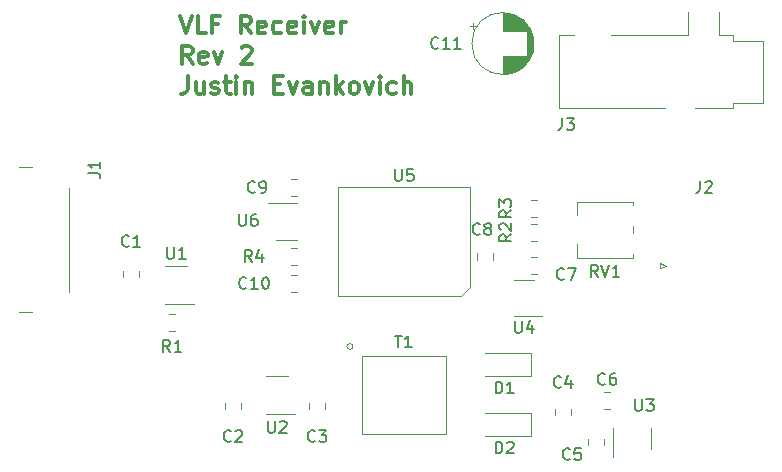
<source format=gbr>
G04 #@! TF.GenerationSoftware,KiCad,Pcbnew,5.1.5*
G04 #@! TF.CreationDate,2020-06-04T17:32:55-05:00*
G04 #@! TF.ProjectId,Receiver,52656365-6976-4657-922e-6b696361645f,rev?*
G04 #@! TF.SameCoordinates,Original*
G04 #@! TF.FileFunction,Legend,Top*
G04 #@! TF.FilePolarity,Positive*
%FSLAX46Y46*%
G04 Gerber Fmt 4.6, Leading zero omitted, Abs format (unit mm)*
G04 Created by KiCad (PCBNEW 5.1.5) date 2020-06-04 17:32:55*
%MOMM*%
%LPD*%
G04 APERTURE LIST*
%ADD10C,0.300000*%
%ADD11C,0.120000*%
%ADD12C,0.150000*%
G04 APERTURE END LIST*
D10*
X139529857Y-84258571D02*
X140029857Y-85758571D01*
X140529857Y-84258571D01*
X141744142Y-85758571D02*
X141029857Y-85758571D01*
X141029857Y-84258571D01*
X142744142Y-84972857D02*
X142244142Y-84972857D01*
X142244142Y-85758571D02*
X142244142Y-84258571D01*
X142958428Y-84258571D01*
X145529857Y-85758571D02*
X145029857Y-85044285D01*
X144672714Y-85758571D02*
X144672714Y-84258571D01*
X145244142Y-84258571D01*
X145387000Y-84330000D01*
X145458428Y-84401428D01*
X145529857Y-84544285D01*
X145529857Y-84758571D01*
X145458428Y-84901428D01*
X145387000Y-84972857D01*
X145244142Y-85044285D01*
X144672714Y-85044285D01*
X146744142Y-85687142D02*
X146601285Y-85758571D01*
X146315571Y-85758571D01*
X146172714Y-85687142D01*
X146101285Y-85544285D01*
X146101285Y-84972857D01*
X146172714Y-84830000D01*
X146315571Y-84758571D01*
X146601285Y-84758571D01*
X146744142Y-84830000D01*
X146815571Y-84972857D01*
X146815571Y-85115714D01*
X146101285Y-85258571D01*
X148101285Y-85687142D02*
X147958428Y-85758571D01*
X147672714Y-85758571D01*
X147529857Y-85687142D01*
X147458428Y-85615714D01*
X147387000Y-85472857D01*
X147387000Y-85044285D01*
X147458428Y-84901428D01*
X147529857Y-84830000D01*
X147672714Y-84758571D01*
X147958428Y-84758571D01*
X148101285Y-84830000D01*
X149315571Y-85687142D02*
X149172714Y-85758571D01*
X148887000Y-85758571D01*
X148744142Y-85687142D01*
X148672714Y-85544285D01*
X148672714Y-84972857D01*
X148744142Y-84830000D01*
X148887000Y-84758571D01*
X149172714Y-84758571D01*
X149315571Y-84830000D01*
X149387000Y-84972857D01*
X149387000Y-85115714D01*
X148672714Y-85258571D01*
X150029857Y-85758571D02*
X150029857Y-84758571D01*
X150029857Y-84258571D02*
X149958428Y-84330000D01*
X150029857Y-84401428D01*
X150101285Y-84330000D01*
X150029857Y-84258571D01*
X150029857Y-84401428D01*
X150601285Y-84758571D02*
X150958428Y-85758571D01*
X151315571Y-84758571D01*
X152458428Y-85687142D02*
X152315571Y-85758571D01*
X152029857Y-85758571D01*
X151887000Y-85687142D01*
X151815571Y-85544285D01*
X151815571Y-84972857D01*
X151887000Y-84830000D01*
X152029857Y-84758571D01*
X152315571Y-84758571D01*
X152458428Y-84830000D01*
X152529857Y-84972857D01*
X152529857Y-85115714D01*
X151815571Y-85258571D01*
X153172714Y-85758571D02*
X153172714Y-84758571D01*
X153172714Y-85044285D02*
X153244142Y-84901428D01*
X153315571Y-84830000D01*
X153458428Y-84758571D01*
X153601285Y-84758571D01*
X140601285Y-88308571D02*
X140101285Y-87594285D01*
X139744142Y-88308571D02*
X139744142Y-86808571D01*
X140315571Y-86808571D01*
X140458428Y-86880000D01*
X140529857Y-86951428D01*
X140601285Y-87094285D01*
X140601285Y-87308571D01*
X140529857Y-87451428D01*
X140458428Y-87522857D01*
X140315571Y-87594285D01*
X139744142Y-87594285D01*
X141815571Y-88237142D02*
X141672714Y-88308571D01*
X141387000Y-88308571D01*
X141244142Y-88237142D01*
X141172714Y-88094285D01*
X141172714Y-87522857D01*
X141244142Y-87380000D01*
X141387000Y-87308571D01*
X141672714Y-87308571D01*
X141815571Y-87380000D01*
X141887000Y-87522857D01*
X141887000Y-87665714D01*
X141172714Y-87808571D01*
X142387000Y-87308571D02*
X142744142Y-88308571D01*
X143101285Y-87308571D01*
X144744142Y-86951428D02*
X144815571Y-86880000D01*
X144958428Y-86808571D01*
X145315571Y-86808571D01*
X145458428Y-86880000D01*
X145529857Y-86951428D01*
X145601285Y-87094285D01*
X145601285Y-87237142D01*
X145529857Y-87451428D01*
X144672714Y-88308571D01*
X145601285Y-88308571D01*
X140172714Y-89358571D02*
X140172714Y-90430000D01*
X140101285Y-90644285D01*
X139958428Y-90787142D01*
X139744142Y-90858571D01*
X139601285Y-90858571D01*
X141529857Y-89858571D02*
X141529857Y-90858571D01*
X140887000Y-89858571D02*
X140887000Y-90644285D01*
X140958428Y-90787142D01*
X141101285Y-90858571D01*
X141315571Y-90858571D01*
X141458428Y-90787142D01*
X141529857Y-90715714D01*
X142172714Y-90787142D02*
X142315571Y-90858571D01*
X142601285Y-90858571D01*
X142744142Y-90787142D01*
X142815571Y-90644285D01*
X142815571Y-90572857D01*
X142744142Y-90430000D01*
X142601285Y-90358571D01*
X142387000Y-90358571D01*
X142244142Y-90287142D01*
X142172714Y-90144285D01*
X142172714Y-90072857D01*
X142244142Y-89930000D01*
X142387000Y-89858571D01*
X142601285Y-89858571D01*
X142744142Y-89930000D01*
X143244142Y-89858571D02*
X143815571Y-89858571D01*
X143458428Y-89358571D02*
X143458428Y-90644285D01*
X143529857Y-90787142D01*
X143672714Y-90858571D01*
X143815571Y-90858571D01*
X144315571Y-90858571D02*
X144315571Y-89858571D01*
X144315571Y-89358571D02*
X144244142Y-89430000D01*
X144315571Y-89501428D01*
X144387000Y-89430000D01*
X144315571Y-89358571D01*
X144315571Y-89501428D01*
X145029857Y-89858571D02*
X145029857Y-90858571D01*
X145029857Y-90001428D02*
X145101285Y-89930000D01*
X145244142Y-89858571D01*
X145458428Y-89858571D01*
X145601285Y-89930000D01*
X145672714Y-90072857D01*
X145672714Y-90858571D01*
X147529857Y-90072857D02*
X148029857Y-90072857D01*
X148244142Y-90858571D02*
X147529857Y-90858571D01*
X147529857Y-89358571D01*
X148244142Y-89358571D01*
X148744142Y-89858571D02*
X149101285Y-90858571D01*
X149458428Y-89858571D01*
X150672714Y-90858571D02*
X150672714Y-90072857D01*
X150601285Y-89930000D01*
X150458428Y-89858571D01*
X150172714Y-89858571D01*
X150029857Y-89930000D01*
X150672714Y-90787142D02*
X150529857Y-90858571D01*
X150172714Y-90858571D01*
X150029857Y-90787142D01*
X149958428Y-90644285D01*
X149958428Y-90501428D01*
X150029857Y-90358571D01*
X150172714Y-90287142D01*
X150529857Y-90287142D01*
X150672714Y-90215714D01*
X151387000Y-89858571D02*
X151387000Y-90858571D01*
X151387000Y-90001428D02*
X151458428Y-89930000D01*
X151601285Y-89858571D01*
X151815571Y-89858571D01*
X151958428Y-89930000D01*
X152029857Y-90072857D01*
X152029857Y-90858571D01*
X152744142Y-90858571D02*
X152744142Y-89358571D01*
X152887000Y-90287142D02*
X153315571Y-90858571D01*
X153315571Y-89858571D02*
X152744142Y-90430000D01*
X154172714Y-90858571D02*
X154029857Y-90787142D01*
X153958428Y-90715714D01*
X153887000Y-90572857D01*
X153887000Y-90144285D01*
X153958428Y-90001428D01*
X154029857Y-89930000D01*
X154172714Y-89858571D01*
X154387000Y-89858571D01*
X154529857Y-89930000D01*
X154601285Y-90001428D01*
X154672714Y-90144285D01*
X154672714Y-90572857D01*
X154601285Y-90715714D01*
X154529857Y-90787142D01*
X154387000Y-90858571D01*
X154172714Y-90858571D01*
X155172714Y-89858571D02*
X155529857Y-90858571D01*
X155887000Y-89858571D01*
X156458428Y-90858571D02*
X156458428Y-89858571D01*
X156458428Y-89358571D02*
X156387000Y-89430000D01*
X156458428Y-89501428D01*
X156529857Y-89430000D01*
X156458428Y-89358571D01*
X156458428Y-89501428D01*
X157815571Y-90787142D02*
X157672714Y-90858571D01*
X157387000Y-90858571D01*
X157244142Y-90787142D01*
X157172714Y-90715714D01*
X157101285Y-90572857D01*
X157101285Y-90144285D01*
X157172714Y-90001428D01*
X157244142Y-89930000D01*
X157387000Y-89858571D01*
X157672714Y-89858571D01*
X157815571Y-89930000D01*
X158458428Y-90858571D02*
X158458428Y-89358571D01*
X159101285Y-90858571D02*
X159101285Y-90072857D01*
X159029857Y-89930000D01*
X158887000Y-89858571D01*
X158672714Y-89858571D01*
X158529857Y-89930000D01*
X158458428Y-90001428D01*
D11*
X146844000Y-117942000D02*
X149294000Y-117942000D01*
X148644000Y-114722000D02*
X146844000Y-114722000D01*
X134672000Y-106352078D02*
X134672000Y-105834922D01*
X136092000Y-106352078D02*
X136092000Y-105834922D01*
X144728000Y-117010922D02*
X144728000Y-117528078D01*
X143308000Y-117010922D02*
X143308000Y-117528078D01*
X150420000Y-117010922D02*
X150420000Y-117528078D01*
X151840000Y-117010922D02*
X151840000Y-117528078D01*
X171248000Y-118036078D02*
X171248000Y-117518922D01*
X172668000Y-118036078D02*
X172668000Y-117518922D01*
X175462000Y-120576078D02*
X175462000Y-120058922D01*
X174042000Y-120576078D02*
X174042000Y-120058922D01*
X175948078Y-117550000D02*
X175430922Y-117550000D01*
X175948078Y-116130000D02*
X175430922Y-116130000D01*
X169755078Y-104700000D02*
X169237922Y-104700000D01*
X169755078Y-106120000D02*
X169237922Y-106120000D01*
X164644000Y-104389422D02*
X164644000Y-104906578D01*
X166064000Y-104389422D02*
X166064000Y-104906578D01*
X149435078Y-99516000D02*
X148917922Y-99516000D01*
X149435078Y-98096000D02*
X148917922Y-98096000D01*
X148917922Y-107644000D02*
X149435078Y-107644000D01*
X148917922Y-106224000D02*
X149435078Y-106224000D01*
X169482000Y-86614000D02*
G75*
G03X169482000Y-86614000I-2620000J0D01*
G01*
X166862000Y-87654000D02*
X166862000Y-89194000D01*
X166862000Y-84034000D02*
X166862000Y-85574000D01*
X166902000Y-87654000D02*
X166902000Y-89194000D01*
X166902000Y-84034000D02*
X166902000Y-85574000D01*
X166942000Y-84035000D02*
X166942000Y-85574000D01*
X166942000Y-87654000D02*
X166942000Y-89193000D01*
X166982000Y-84036000D02*
X166982000Y-85574000D01*
X166982000Y-87654000D02*
X166982000Y-89192000D01*
X167022000Y-84038000D02*
X167022000Y-85574000D01*
X167022000Y-87654000D02*
X167022000Y-89190000D01*
X167062000Y-84041000D02*
X167062000Y-85574000D01*
X167062000Y-87654000D02*
X167062000Y-89187000D01*
X167102000Y-84045000D02*
X167102000Y-85574000D01*
X167102000Y-87654000D02*
X167102000Y-89183000D01*
X167142000Y-84049000D02*
X167142000Y-85574000D01*
X167142000Y-87654000D02*
X167142000Y-89179000D01*
X167182000Y-84053000D02*
X167182000Y-85574000D01*
X167182000Y-87654000D02*
X167182000Y-89175000D01*
X167222000Y-84058000D02*
X167222000Y-85574000D01*
X167222000Y-87654000D02*
X167222000Y-89170000D01*
X167262000Y-84064000D02*
X167262000Y-85574000D01*
X167262000Y-87654000D02*
X167262000Y-89164000D01*
X167302000Y-84071000D02*
X167302000Y-85574000D01*
X167302000Y-87654000D02*
X167302000Y-89157000D01*
X167342000Y-84078000D02*
X167342000Y-85574000D01*
X167342000Y-87654000D02*
X167342000Y-89150000D01*
X167382000Y-84086000D02*
X167382000Y-85574000D01*
X167382000Y-87654000D02*
X167382000Y-89142000D01*
X167422000Y-84094000D02*
X167422000Y-85574000D01*
X167422000Y-87654000D02*
X167422000Y-89134000D01*
X167462000Y-84103000D02*
X167462000Y-85574000D01*
X167462000Y-87654000D02*
X167462000Y-89125000D01*
X167502000Y-84113000D02*
X167502000Y-85574000D01*
X167502000Y-87654000D02*
X167502000Y-89115000D01*
X167542000Y-84123000D02*
X167542000Y-85574000D01*
X167542000Y-87654000D02*
X167542000Y-89105000D01*
X167583000Y-84134000D02*
X167583000Y-85574000D01*
X167583000Y-87654000D02*
X167583000Y-89094000D01*
X167623000Y-84146000D02*
X167623000Y-85574000D01*
X167623000Y-87654000D02*
X167623000Y-89082000D01*
X167663000Y-84159000D02*
X167663000Y-85574000D01*
X167663000Y-87654000D02*
X167663000Y-89069000D01*
X167703000Y-84172000D02*
X167703000Y-85574000D01*
X167703000Y-87654000D02*
X167703000Y-89056000D01*
X167743000Y-84186000D02*
X167743000Y-85574000D01*
X167743000Y-87654000D02*
X167743000Y-89042000D01*
X167783000Y-84200000D02*
X167783000Y-85574000D01*
X167783000Y-87654000D02*
X167783000Y-89028000D01*
X167823000Y-84216000D02*
X167823000Y-85574000D01*
X167823000Y-87654000D02*
X167823000Y-89012000D01*
X167863000Y-84232000D02*
X167863000Y-85574000D01*
X167863000Y-87654000D02*
X167863000Y-88996000D01*
X167903000Y-84249000D02*
X167903000Y-85574000D01*
X167903000Y-87654000D02*
X167903000Y-88979000D01*
X167943000Y-84266000D02*
X167943000Y-85574000D01*
X167943000Y-87654000D02*
X167943000Y-88962000D01*
X167983000Y-84285000D02*
X167983000Y-85574000D01*
X167983000Y-87654000D02*
X167983000Y-88943000D01*
X168023000Y-84304000D02*
X168023000Y-85574000D01*
X168023000Y-87654000D02*
X168023000Y-88924000D01*
X168063000Y-84324000D02*
X168063000Y-85574000D01*
X168063000Y-87654000D02*
X168063000Y-88904000D01*
X168103000Y-84346000D02*
X168103000Y-85574000D01*
X168103000Y-87654000D02*
X168103000Y-88882000D01*
X168143000Y-84367000D02*
X168143000Y-85574000D01*
X168143000Y-87654000D02*
X168143000Y-88861000D01*
X168183000Y-84390000D02*
X168183000Y-85574000D01*
X168183000Y-87654000D02*
X168183000Y-88838000D01*
X168223000Y-84414000D02*
X168223000Y-85574000D01*
X168223000Y-87654000D02*
X168223000Y-88814000D01*
X168263000Y-84439000D02*
X168263000Y-85574000D01*
X168263000Y-87654000D02*
X168263000Y-88789000D01*
X168303000Y-84465000D02*
X168303000Y-85574000D01*
X168303000Y-87654000D02*
X168303000Y-88763000D01*
X168343000Y-84492000D02*
X168343000Y-85574000D01*
X168343000Y-87654000D02*
X168343000Y-88736000D01*
X168383000Y-84519000D02*
X168383000Y-85574000D01*
X168383000Y-87654000D02*
X168383000Y-88709000D01*
X168423000Y-84549000D02*
X168423000Y-85574000D01*
X168423000Y-87654000D02*
X168423000Y-88679000D01*
X168463000Y-84579000D02*
X168463000Y-85574000D01*
X168463000Y-87654000D02*
X168463000Y-88649000D01*
X168503000Y-84610000D02*
X168503000Y-85574000D01*
X168503000Y-87654000D02*
X168503000Y-88618000D01*
X168543000Y-84643000D02*
X168543000Y-85574000D01*
X168543000Y-87654000D02*
X168543000Y-88585000D01*
X168583000Y-84677000D02*
X168583000Y-85574000D01*
X168583000Y-87654000D02*
X168583000Y-88551000D01*
X168623000Y-84713000D02*
X168623000Y-85574000D01*
X168623000Y-87654000D02*
X168623000Y-88515000D01*
X168663000Y-84750000D02*
X168663000Y-85574000D01*
X168663000Y-87654000D02*
X168663000Y-88478000D01*
X168703000Y-84788000D02*
X168703000Y-85574000D01*
X168703000Y-87654000D02*
X168703000Y-88440000D01*
X168743000Y-84829000D02*
X168743000Y-85574000D01*
X168743000Y-87654000D02*
X168743000Y-88399000D01*
X168783000Y-84871000D02*
X168783000Y-85574000D01*
X168783000Y-87654000D02*
X168783000Y-88357000D01*
X168823000Y-84915000D02*
X168823000Y-85574000D01*
X168823000Y-87654000D02*
X168823000Y-88313000D01*
X168863000Y-84961000D02*
X168863000Y-85574000D01*
X168863000Y-87654000D02*
X168863000Y-88267000D01*
X168903000Y-85009000D02*
X168903000Y-88219000D01*
X168943000Y-85060000D02*
X168943000Y-88168000D01*
X168983000Y-85114000D02*
X168983000Y-88114000D01*
X169023000Y-85171000D02*
X169023000Y-88057000D01*
X169063000Y-85231000D02*
X169063000Y-87997000D01*
X169103000Y-85295000D02*
X169103000Y-87933000D01*
X169143000Y-85363000D02*
X169143000Y-87865000D01*
X169183000Y-85436000D02*
X169183000Y-87792000D01*
X169223000Y-85516000D02*
X169223000Y-87712000D01*
X169263000Y-85603000D02*
X169263000Y-87625000D01*
X169303000Y-85699000D02*
X169303000Y-87529000D01*
X169343000Y-85809000D02*
X169343000Y-87419000D01*
X169383000Y-85937000D02*
X169383000Y-87291000D01*
X169423000Y-86096000D02*
X169423000Y-87132000D01*
X169463000Y-86330000D02*
X169463000Y-86898000D01*
X164057225Y-85139000D02*
X164557225Y-85139000D01*
X164307225Y-84889000D02*
X164307225Y-85389000D01*
X169254000Y-114792000D02*
X169254000Y-112792000D01*
X169254000Y-112792000D02*
X165354000Y-112792000D01*
X169254000Y-114792000D02*
X165354000Y-114792000D01*
X169254000Y-119872000D02*
X165354000Y-119872000D01*
X169254000Y-117872000D02*
X165354000Y-117872000D01*
X169254000Y-119872000D02*
X169254000Y-117872000D01*
X130152000Y-107636000D02*
X130152000Y-98836000D01*
X126982000Y-109381000D02*
X125932000Y-109381000D01*
X126982000Y-97091000D02*
X125932000Y-97091000D01*
X180186000Y-105660000D02*
X180686000Y-105410000D01*
X180186000Y-105160000D02*
X180186000Y-105660000D01*
X180686000Y-105410000D02*
X180186000Y-105160000D01*
X185164000Y-85910000D02*
X186364000Y-85910000D01*
X186364000Y-85910000D02*
X186364000Y-86410000D01*
X186364000Y-86410000D02*
X188864000Y-86410000D01*
X188864000Y-86410000D02*
X188864000Y-91610000D01*
X188864000Y-91610000D02*
X186364000Y-91610000D01*
X186364000Y-91610000D02*
X186364000Y-92110000D01*
X186364000Y-92110000D02*
X183164000Y-92110000D01*
X180564000Y-92110000D02*
X171664000Y-92110000D01*
X171664000Y-92110000D02*
X171664000Y-85910000D01*
X171664000Y-85910000D02*
X172864000Y-85910000D01*
X176064000Y-85910000D02*
X182564000Y-85910000D01*
X185164000Y-85910000D02*
X185164000Y-83910000D01*
X182564000Y-85910000D02*
X182564000Y-83910000D01*
X139118078Y-110946000D02*
X138600922Y-110946000D01*
X139118078Y-109526000D02*
X138600922Y-109526000D01*
X169237922Y-103326000D02*
X169755078Y-103326000D01*
X169237922Y-101906000D02*
X169755078Y-101906000D01*
X169755078Y-101294000D02*
X169237922Y-101294000D01*
X169755078Y-99874000D02*
X169237922Y-99874000D01*
X148917922Y-105358000D02*
X149435078Y-105358000D01*
X148917922Y-103938000D02*
X149435078Y-103938000D01*
X177884000Y-104732000D02*
X173144000Y-104732000D01*
X177884000Y-99992000D02*
X173144000Y-99992000D01*
X173144000Y-103602000D02*
X173144000Y-104732000D01*
X173144000Y-99992000D02*
X173144000Y-101122000D01*
X177884000Y-102103000D02*
X177884000Y-102622000D01*
X177884000Y-99992000D02*
X177884000Y-100323000D01*
X177884000Y-104402000D02*
X177884000Y-104732000D01*
X154178000Y-112268000D02*
G75*
G03X154178000Y-112268000I-254000J0D01*
G01*
X154940000Y-113030000D02*
X154940000Y-119634000D01*
X154940000Y-119634000D02*
X162052000Y-119634000D01*
X162052000Y-119634000D02*
X162052000Y-113030000D01*
X162052000Y-113030000D02*
X154940000Y-113030000D01*
X140092000Y-105451000D02*
X138292000Y-105451000D01*
X138292000Y-108671000D02*
X140742000Y-108671000D01*
X169536000Y-106644000D02*
X167776000Y-106644000D01*
X167776000Y-109714000D02*
X170206000Y-109714000D01*
X164121000Y-107213000D02*
X163321000Y-108013000D01*
X163321000Y-108013000D02*
X152871000Y-108013000D01*
X152871000Y-108013000D02*
X152871000Y-98743000D01*
X152871000Y-98743000D02*
X164121000Y-98743000D01*
X164121000Y-98743000D02*
X164121000Y-107213000D01*
X149430000Y-100156000D02*
X147000000Y-100156000D01*
X147670000Y-103226000D02*
X149430000Y-103226000D01*
X179410000Y-120958000D02*
X179410000Y-119158000D01*
X176190000Y-119158000D02*
X176190000Y-121608000D01*
D12*
X146982095Y-118578380D02*
X146982095Y-119387904D01*
X147029714Y-119483142D01*
X147077333Y-119530761D01*
X147172571Y-119578380D01*
X147363047Y-119578380D01*
X147458285Y-119530761D01*
X147505904Y-119483142D01*
X147553523Y-119387904D01*
X147553523Y-118578380D01*
X147982095Y-118673619D02*
X148029714Y-118626000D01*
X148124952Y-118578380D01*
X148363047Y-118578380D01*
X148458285Y-118626000D01*
X148505904Y-118673619D01*
X148553523Y-118768857D01*
X148553523Y-118864095D01*
X148505904Y-119006952D01*
X147934476Y-119578380D01*
X148553523Y-119578380D01*
X135215333Y-103735142D02*
X135167714Y-103782761D01*
X135024857Y-103830380D01*
X134929619Y-103830380D01*
X134786761Y-103782761D01*
X134691523Y-103687523D01*
X134643904Y-103592285D01*
X134596285Y-103401809D01*
X134596285Y-103258952D01*
X134643904Y-103068476D01*
X134691523Y-102973238D01*
X134786761Y-102878000D01*
X134929619Y-102830380D01*
X135024857Y-102830380D01*
X135167714Y-102878000D01*
X135215333Y-102925619D01*
X136167714Y-103830380D02*
X135596285Y-103830380D01*
X135882000Y-103830380D02*
X135882000Y-102830380D01*
X135786761Y-102973238D01*
X135691523Y-103068476D01*
X135596285Y-103116095D01*
X143851333Y-120245142D02*
X143803714Y-120292761D01*
X143660857Y-120340380D01*
X143565619Y-120340380D01*
X143422761Y-120292761D01*
X143327523Y-120197523D01*
X143279904Y-120102285D01*
X143232285Y-119911809D01*
X143232285Y-119768952D01*
X143279904Y-119578476D01*
X143327523Y-119483238D01*
X143422761Y-119388000D01*
X143565619Y-119340380D01*
X143660857Y-119340380D01*
X143803714Y-119388000D01*
X143851333Y-119435619D01*
X144232285Y-119435619D02*
X144279904Y-119388000D01*
X144375142Y-119340380D01*
X144613238Y-119340380D01*
X144708476Y-119388000D01*
X144756095Y-119435619D01*
X144803714Y-119530857D01*
X144803714Y-119626095D01*
X144756095Y-119768952D01*
X144184666Y-120340380D01*
X144803714Y-120340380D01*
X150963333Y-120245142D02*
X150915714Y-120292761D01*
X150772857Y-120340380D01*
X150677619Y-120340380D01*
X150534761Y-120292761D01*
X150439523Y-120197523D01*
X150391904Y-120102285D01*
X150344285Y-119911809D01*
X150344285Y-119768952D01*
X150391904Y-119578476D01*
X150439523Y-119483238D01*
X150534761Y-119388000D01*
X150677619Y-119340380D01*
X150772857Y-119340380D01*
X150915714Y-119388000D01*
X150963333Y-119435619D01*
X151296666Y-119340380D02*
X151915714Y-119340380D01*
X151582380Y-119721333D01*
X151725238Y-119721333D01*
X151820476Y-119768952D01*
X151868095Y-119816571D01*
X151915714Y-119911809D01*
X151915714Y-120149904D01*
X151868095Y-120245142D01*
X151820476Y-120292761D01*
X151725238Y-120340380D01*
X151439523Y-120340380D01*
X151344285Y-120292761D01*
X151296666Y-120245142D01*
X171791333Y-115673142D02*
X171743714Y-115720761D01*
X171600857Y-115768380D01*
X171505619Y-115768380D01*
X171362761Y-115720761D01*
X171267523Y-115625523D01*
X171219904Y-115530285D01*
X171172285Y-115339809D01*
X171172285Y-115196952D01*
X171219904Y-115006476D01*
X171267523Y-114911238D01*
X171362761Y-114816000D01*
X171505619Y-114768380D01*
X171600857Y-114768380D01*
X171743714Y-114816000D01*
X171791333Y-114863619D01*
X172648476Y-115101714D02*
X172648476Y-115768380D01*
X172410380Y-114720761D02*
X172172285Y-115435047D01*
X172791333Y-115435047D01*
X172553333Y-121769142D02*
X172505714Y-121816761D01*
X172362857Y-121864380D01*
X172267619Y-121864380D01*
X172124761Y-121816761D01*
X172029523Y-121721523D01*
X171981904Y-121626285D01*
X171934285Y-121435809D01*
X171934285Y-121292952D01*
X171981904Y-121102476D01*
X172029523Y-121007238D01*
X172124761Y-120912000D01*
X172267619Y-120864380D01*
X172362857Y-120864380D01*
X172505714Y-120912000D01*
X172553333Y-120959619D01*
X173458095Y-120864380D02*
X172981904Y-120864380D01*
X172934285Y-121340571D01*
X172981904Y-121292952D01*
X173077142Y-121245333D01*
X173315238Y-121245333D01*
X173410476Y-121292952D01*
X173458095Y-121340571D01*
X173505714Y-121435809D01*
X173505714Y-121673904D01*
X173458095Y-121769142D01*
X173410476Y-121816761D01*
X173315238Y-121864380D01*
X173077142Y-121864380D01*
X172981904Y-121816761D01*
X172934285Y-121769142D01*
X175522833Y-115419142D02*
X175475214Y-115466761D01*
X175332357Y-115514380D01*
X175237119Y-115514380D01*
X175094261Y-115466761D01*
X174999023Y-115371523D01*
X174951404Y-115276285D01*
X174903785Y-115085809D01*
X174903785Y-114942952D01*
X174951404Y-114752476D01*
X174999023Y-114657238D01*
X175094261Y-114562000D01*
X175237119Y-114514380D01*
X175332357Y-114514380D01*
X175475214Y-114562000D01*
X175522833Y-114609619D01*
X176379976Y-114514380D02*
X176189500Y-114514380D01*
X176094261Y-114562000D01*
X176046642Y-114609619D01*
X175951404Y-114752476D01*
X175903785Y-114942952D01*
X175903785Y-115323904D01*
X175951404Y-115419142D01*
X175999023Y-115466761D01*
X176094261Y-115514380D01*
X176284738Y-115514380D01*
X176379976Y-115466761D01*
X176427595Y-115419142D01*
X176475214Y-115323904D01*
X176475214Y-115085809D01*
X176427595Y-114990571D01*
X176379976Y-114942952D01*
X176284738Y-114895333D01*
X176094261Y-114895333D01*
X175999023Y-114942952D01*
X175951404Y-114990571D01*
X175903785Y-115085809D01*
X172045333Y-106529142D02*
X171997714Y-106576761D01*
X171854857Y-106624380D01*
X171759619Y-106624380D01*
X171616761Y-106576761D01*
X171521523Y-106481523D01*
X171473904Y-106386285D01*
X171426285Y-106195809D01*
X171426285Y-106052952D01*
X171473904Y-105862476D01*
X171521523Y-105767238D01*
X171616761Y-105672000D01*
X171759619Y-105624380D01*
X171854857Y-105624380D01*
X171997714Y-105672000D01*
X172045333Y-105719619D01*
X172378666Y-105624380D02*
X173045333Y-105624380D01*
X172616761Y-106624380D01*
X164933333Y-102719142D02*
X164885714Y-102766761D01*
X164742857Y-102814380D01*
X164647619Y-102814380D01*
X164504761Y-102766761D01*
X164409523Y-102671523D01*
X164361904Y-102576285D01*
X164314285Y-102385809D01*
X164314285Y-102242952D01*
X164361904Y-102052476D01*
X164409523Y-101957238D01*
X164504761Y-101862000D01*
X164647619Y-101814380D01*
X164742857Y-101814380D01*
X164885714Y-101862000D01*
X164933333Y-101909619D01*
X165504761Y-102242952D02*
X165409523Y-102195333D01*
X165361904Y-102147714D01*
X165314285Y-102052476D01*
X165314285Y-102004857D01*
X165361904Y-101909619D01*
X165409523Y-101862000D01*
X165504761Y-101814380D01*
X165695238Y-101814380D01*
X165790476Y-101862000D01*
X165838095Y-101909619D01*
X165885714Y-102004857D01*
X165885714Y-102052476D01*
X165838095Y-102147714D01*
X165790476Y-102195333D01*
X165695238Y-102242952D01*
X165504761Y-102242952D01*
X165409523Y-102290571D01*
X165361904Y-102338190D01*
X165314285Y-102433428D01*
X165314285Y-102623904D01*
X165361904Y-102719142D01*
X165409523Y-102766761D01*
X165504761Y-102814380D01*
X165695238Y-102814380D01*
X165790476Y-102766761D01*
X165838095Y-102719142D01*
X165885714Y-102623904D01*
X165885714Y-102433428D01*
X165838095Y-102338190D01*
X165790476Y-102290571D01*
X165695238Y-102242952D01*
X145883333Y-99163142D02*
X145835714Y-99210761D01*
X145692857Y-99258380D01*
X145597619Y-99258380D01*
X145454761Y-99210761D01*
X145359523Y-99115523D01*
X145311904Y-99020285D01*
X145264285Y-98829809D01*
X145264285Y-98686952D01*
X145311904Y-98496476D01*
X145359523Y-98401238D01*
X145454761Y-98306000D01*
X145597619Y-98258380D01*
X145692857Y-98258380D01*
X145835714Y-98306000D01*
X145883333Y-98353619D01*
X146359523Y-99258380D02*
X146550000Y-99258380D01*
X146645238Y-99210761D01*
X146692857Y-99163142D01*
X146788095Y-99020285D01*
X146835714Y-98829809D01*
X146835714Y-98448857D01*
X146788095Y-98353619D01*
X146740476Y-98306000D01*
X146645238Y-98258380D01*
X146454761Y-98258380D01*
X146359523Y-98306000D01*
X146311904Y-98353619D01*
X146264285Y-98448857D01*
X146264285Y-98686952D01*
X146311904Y-98782190D01*
X146359523Y-98829809D01*
X146454761Y-98877428D01*
X146645238Y-98877428D01*
X146740476Y-98829809D01*
X146788095Y-98782190D01*
X146835714Y-98686952D01*
X145153142Y-107291142D02*
X145105523Y-107338761D01*
X144962666Y-107386380D01*
X144867428Y-107386380D01*
X144724571Y-107338761D01*
X144629333Y-107243523D01*
X144581714Y-107148285D01*
X144534095Y-106957809D01*
X144534095Y-106814952D01*
X144581714Y-106624476D01*
X144629333Y-106529238D01*
X144724571Y-106434000D01*
X144867428Y-106386380D01*
X144962666Y-106386380D01*
X145105523Y-106434000D01*
X145153142Y-106481619D01*
X146105523Y-107386380D02*
X145534095Y-107386380D01*
X145819809Y-107386380D02*
X145819809Y-106386380D01*
X145724571Y-106529238D01*
X145629333Y-106624476D01*
X145534095Y-106672095D01*
X146724571Y-106386380D02*
X146819809Y-106386380D01*
X146915047Y-106434000D01*
X146962666Y-106481619D01*
X147010285Y-106576857D01*
X147057904Y-106767333D01*
X147057904Y-107005428D01*
X147010285Y-107195904D01*
X146962666Y-107291142D01*
X146915047Y-107338761D01*
X146819809Y-107386380D01*
X146724571Y-107386380D01*
X146629333Y-107338761D01*
X146581714Y-107291142D01*
X146534095Y-107195904D01*
X146486476Y-107005428D01*
X146486476Y-106767333D01*
X146534095Y-106576857D01*
X146581714Y-106481619D01*
X146629333Y-106434000D01*
X146724571Y-106386380D01*
X161409142Y-86971142D02*
X161361523Y-87018761D01*
X161218666Y-87066380D01*
X161123428Y-87066380D01*
X160980571Y-87018761D01*
X160885333Y-86923523D01*
X160837714Y-86828285D01*
X160790095Y-86637809D01*
X160790095Y-86494952D01*
X160837714Y-86304476D01*
X160885333Y-86209238D01*
X160980571Y-86114000D01*
X161123428Y-86066380D01*
X161218666Y-86066380D01*
X161361523Y-86114000D01*
X161409142Y-86161619D01*
X162361523Y-87066380D02*
X161790095Y-87066380D01*
X162075809Y-87066380D02*
X162075809Y-86066380D01*
X161980571Y-86209238D01*
X161885333Y-86304476D01*
X161790095Y-86352095D01*
X163313904Y-87066380D02*
X162742476Y-87066380D01*
X163028190Y-87066380D02*
X163028190Y-86066380D01*
X162932952Y-86209238D01*
X162837714Y-86304476D01*
X162742476Y-86352095D01*
X166265904Y-116244380D02*
X166265904Y-115244380D01*
X166504000Y-115244380D01*
X166646857Y-115292000D01*
X166742095Y-115387238D01*
X166789714Y-115482476D01*
X166837333Y-115672952D01*
X166837333Y-115815809D01*
X166789714Y-116006285D01*
X166742095Y-116101523D01*
X166646857Y-116196761D01*
X166504000Y-116244380D01*
X166265904Y-116244380D01*
X167789714Y-116244380D02*
X167218285Y-116244380D01*
X167504000Y-116244380D02*
X167504000Y-115244380D01*
X167408761Y-115387238D01*
X167313523Y-115482476D01*
X167218285Y-115530095D01*
X166265904Y-121324380D02*
X166265904Y-120324380D01*
X166504000Y-120324380D01*
X166646857Y-120372000D01*
X166742095Y-120467238D01*
X166789714Y-120562476D01*
X166837333Y-120752952D01*
X166837333Y-120895809D01*
X166789714Y-121086285D01*
X166742095Y-121181523D01*
X166646857Y-121276761D01*
X166504000Y-121324380D01*
X166265904Y-121324380D01*
X167218285Y-120419619D02*
X167265904Y-120372000D01*
X167361142Y-120324380D01*
X167599238Y-120324380D01*
X167694476Y-120372000D01*
X167742095Y-120419619D01*
X167789714Y-120514857D01*
X167789714Y-120610095D01*
X167742095Y-120752952D01*
X167170666Y-121324380D01*
X167789714Y-121324380D01*
X131786380Y-97615333D02*
X132500666Y-97615333D01*
X132643523Y-97662952D01*
X132738761Y-97758190D01*
X132786380Y-97901047D01*
X132786380Y-97996285D01*
X132786380Y-96615333D02*
X132786380Y-97186761D01*
X132786380Y-96901047D02*
X131786380Y-96901047D01*
X131929238Y-96996285D01*
X132024476Y-97091523D01*
X132072095Y-97186761D01*
X183562666Y-98258380D02*
X183562666Y-98972666D01*
X183515047Y-99115523D01*
X183419809Y-99210761D01*
X183276952Y-99258380D01*
X183181714Y-99258380D01*
X183991238Y-98353619D02*
X184038857Y-98306000D01*
X184134095Y-98258380D01*
X184372190Y-98258380D01*
X184467428Y-98306000D01*
X184515047Y-98353619D01*
X184562666Y-98448857D01*
X184562666Y-98544095D01*
X184515047Y-98686952D01*
X183943619Y-99258380D01*
X184562666Y-99258380D01*
X171878666Y-92924380D02*
X171878666Y-93638666D01*
X171831047Y-93781523D01*
X171735809Y-93876761D01*
X171592952Y-93924380D01*
X171497714Y-93924380D01*
X172259619Y-92924380D02*
X172878666Y-92924380D01*
X172545333Y-93305333D01*
X172688190Y-93305333D01*
X172783428Y-93352952D01*
X172831047Y-93400571D01*
X172878666Y-93495809D01*
X172878666Y-93733904D01*
X172831047Y-93829142D01*
X172783428Y-93876761D01*
X172688190Y-93924380D01*
X172402476Y-93924380D01*
X172307238Y-93876761D01*
X172259619Y-93829142D01*
X138692833Y-112720380D02*
X138359500Y-112244190D01*
X138121404Y-112720380D02*
X138121404Y-111720380D01*
X138502357Y-111720380D01*
X138597595Y-111768000D01*
X138645214Y-111815619D01*
X138692833Y-111910857D01*
X138692833Y-112053714D01*
X138645214Y-112148952D01*
X138597595Y-112196571D01*
X138502357Y-112244190D01*
X138121404Y-112244190D01*
X139645214Y-112720380D02*
X139073785Y-112720380D01*
X139359500Y-112720380D02*
X139359500Y-111720380D01*
X139264261Y-111863238D01*
X139169023Y-111958476D01*
X139073785Y-112006095D01*
X167584380Y-102782666D02*
X167108190Y-103116000D01*
X167584380Y-103354095D02*
X166584380Y-103354095D01*
X166584380Y-102973142D01*
X166632000Y-102877904D01*
X166679619Y-102830285D01*
X166774857Y-102782666D01*
X166917714Y-102782666D01*
X167012952Y-102830285D01*
X167060571Y-102877904D01*
X167108190Y-102973142D01*
X167108190Y-103354095D01*
X166679619Y-102401714D02*
X166632000Y-102354095D01*
X166584380Y-102258857D01*
X166584380Y-102020761D01*
X166632000Y-101925523D01*
X166679619Y-101877904D01*
X166774857Y-101830285D01*
X166870095Y-101830285D01*
X167012952Y-101877904D01*
X167584380Y-102449333D01*
X167584380Y-101830285D01*
X167584380Y-100750666D02*
X167108190Y-101084000D01*
X167584380Y-101322095D02*
X166584380Y-101322095D01*
X166584380Y-100941142D01*
X166632000Y-100845904D01*
X166679619Y-100798285D01*
X166774857Y-100750666D01*
X166917714Y-100750666D01*
X167012952Y-100798285D01*
X167060571Y-100845904D01*
X167108190Y-100941142D01*
X167108190Y-101322095D01*
X166584380Y-100417333D02*
X166584380Y-99798285D01*
X166965333Y-100131619D01*
X166965333Y-99988761D01*
X167012952Y-99893523D01*
X167060571Y-99845904D01*
X167155809Y-99798285D01*
X167393904Y-99798285D01*
X167489142Y-99845904D01*
X167536761Y-99893523D01*
X167584380Y-99988761D01*
X167584380Y-100274476D01*
X167536761Y-100369714D01*
X167489142Y-100417333D01*
X145629333Y-105100380D02*
X145296000Y-104624190D01*
X145057904Y-105100380D02*
X145057904Y-104100380D01*
X145438857Y-104100380D01*
X145534095Y-104148000D01*
X145581714Y-104195619D01*
X145629333Y-104290857D01*
X145629333Y-104433714D01*
X145581714Y-104528952D01*
X145534095Y-104576571D01*
X145438857Y-104624190D01*
X145057904Y-104624190D01*
X146486476Y-104433714D02*
X146486476Y-105100380D01*
X146248380Y-104052761D02*
X146010285Y-104767047D01*
X146629333Y-104767047D01*
X174918761Y-106370380D02*
X174585428Y-105894190D01*
X174347333Y-106370380D02*
X174347333Y-105370380D01*
X174728285Y-105370380D01*
X174823523Y-105418000D01*
X174871142Y-105465619D01*
X174918761Y-105560857D01*
X174918761Y-105703714D01*
X174871142Y-105798952D01*
X174823523Y-105846571D01*
X174728285Y-105894190D01*
X174347333Y-105894190D01*
X175204476Y-105370380D02*
X175537809Y-106370380D01*
X175871142Y-105370380D01*
X176728285Y-106370380D02*
X176156857Y-106370380D01*
X176442571Y-106370380D02*
X176442571Y-105370380D01*
X176347333Y-105513238D01*
X176252095Y-105608476D01*
X176156857Y-105656095D01*
X157734095Y-111339380D02*
X158305523Y-111339380D01*
X158019809Y-112339380D02*
X158019809Y-111339380D01*
X159162666Y-112339380D02*
X158591238Y-112339380D01*
X158876952Y-112339380D02*
X158876952Y-111339380D01*
X158781714Y-111482238D01*
X158686476Y-111577476D01*
X158591238Y-111625095D01*
X138430095Y-103846380D02*
X138430095Y-104655904D01*
X138477714Y-104751142D01*
X138525333Y-104798761D01*
X138620571Y-104846380D01*
X138811047Y-104846380D01*
X138906285Y-104798761D01*
X138953904Y-104751142D01*
X139001523Y-104655904D01*
X139001523Y-103846380D01*
X140001523Y-104846380D02*
X139430095Y-104846380D01*
X139715809Y-104846380D02*
X139715809Y-103846380D01*
X139620571Y-103989238D01*
X139525333Y-104084476D01*
X139430095Y-104132095D01*
X167894095Y-110106380D02*
X167894095Y-110915904D01*
X167941714Y-111011142D01*
X167989333Y-111058761D01*
X168084571Y-111106380D01*
X168275047Y-111106380D01*
X168370285Y-111058761D01*
X168417904Y-111011142D01*
X168465523Y-110915904D01*
X168465523Y-110106380D01*
X169370285Y-110439714D02*
X169370285Y-111106380D01*
X169132190Y-110058761D02*
X168894095Y-110773047D01*
X169513142Y-110773047D01*
X157734095Y-97242380D02*
X157734095Y-98051904D01*
X157781714Y-98147142D01*
X157829333Y-98194761D01*
X157924571Y-98242380D01*
X158115047Y-98242380D01*
X158210285Y-98194761D01*
X158257904Y-98147142D01*
X158305523Y-98051904D01*
X158305523Y-97242380D01*
X159257904Y-97242380D02*
X158781714Y-97242380D01*
X158734095Y-97718571D01*
X158781714Y-97670952D01*
X158876952Y-97623333D01*
X159115047Y-97623333D01*
X159210285Y-97670952D01*
X159257904Y-97718571D01*
X159305523Y-97813809D01*
X159305523Y-98051904D01*
X159257904Y-98147142D01*
X159210285Y-98194761D01*
X159115047Y-98242380D01*
X158876952Y-98242380D01*
X158781714Y-98194761D01*
X158734095Y-98147142D01*
X144526095Y-101052380D02*
X144526095Y-101861904D01*
X144573714Y-101957142D01*
X144621333Y-102004761D01*
X144716571Y-102052380D01*
X144907047Y-102052380D01*
X145002285Y-102004761D01*
X145049904Y-101957142D01*
X145097523Y-101861904D01*
X145097523Y-101052380D01*
X146002285Y-101052380D02*
X145811809Y-101052380D01*
X145716571Y-101100000D01*
X145668952Y-101147619D01*
X145573714Y-101290476D01*
X145526095Y-101480952D01*
X145526095Y-101861904D01*
X145573714Y-101957142D01*
X145621333Y-102004761D01*
X145716571Y-102052380D01*
X145907047Y-102052380D01*
X146002285Y-102004761D01*
X146049904Y-101957142D01*
X146097523Y-101861904D01*
X146097523Y-101623809D01*
X146049904Y-101528571D01*
X146002285Y-101480952D01*
X145907047Y-101433333D01*
X145716571Y-101433333D01*
X145621333Y-101480952D01*
X145573714Y-101528571D01*
X145526095Y-101623809D01*
X178054095Y-116716380D02*
X178054095Y-117525904D01*
X178101714Y-117621142D01*
X178149333Y-117668761D01*
X178244571Y-117716380D01*
X178435047Y-117716380D01*
X178530285Y-117668761D01*
X178577904Y-117621142D01*
X178625523Y-117525904D01*
X178625523Y-116716380D01*
X179006476Y-116716380D02*
X179625523Y-116716380D01*
X179292190Y-117097333D01*
X179435047Y-117097333D01*
X179530285Y-117144952D01*
X179577904Y-117192571D01*
X179625523Y-117287809D01*
X179625523Y-117525904D01*
X179577904Y-117621142D01*
X179530285Y-117668761D01*
X179435047Y-117716380D01*
X179149333Y-117716380D01*
X179054095Y-117668761D01*
X179006476Y-117621142D01*
M02*

</source>
